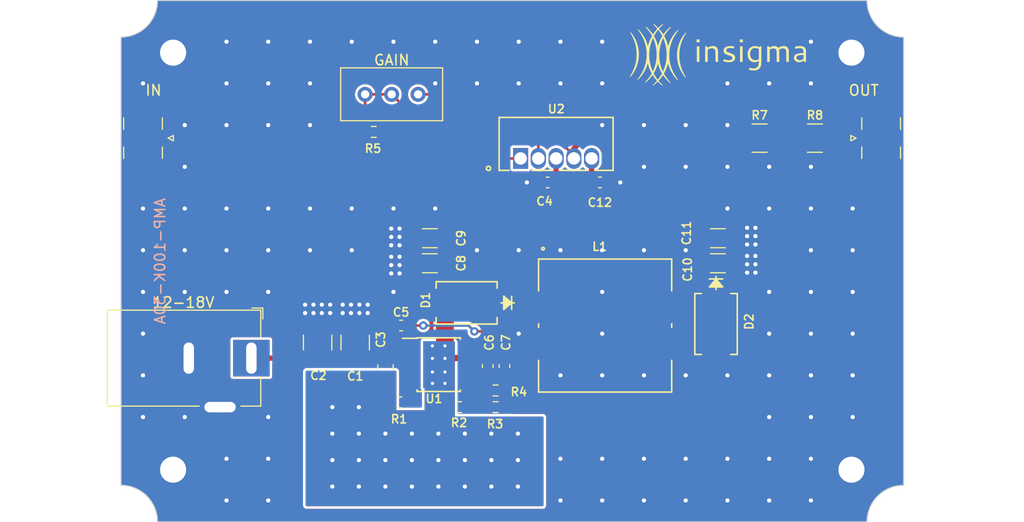
<source format=kicad_pcb>
(kicad_pcb (version 20240108) (generator "pcbnew") (generator_version "8.0")
  (layers (0 "F.Cu" signal) (31 "B.Cu" signal) (34 "B.Paste" user) (35 "F.Paste" user) (36 "B.SilkS" user "B.Silkscreen") (37 "F.SilkS" user "F.Silkscreen") (38 "B.Mask" user) (39 "F.Mask" user) (44 "Edge.Cuts" user))
  (net 0 "")
  (net 1 "VCC")
  (net 2 "GND")
  (net 3 "-30V")
  (net 4 "/SW")
  (net 5 "Net-(U1-BOOT)")
  (net 6 "/COMP")
  (net 7 "Net-(C7-Pad1)")
  (net 8 "30V")
  (net 9 "Net-(D2-A)")
  (net 10 "Net-(U1-RT{slash}CLK)")
  (net 11 "/FB")
  (net 13 "/Vfb")
  (net 14 "/OPOUT")
  (net 15 "Net-(R7-Pad1)")
  (net 16 "/VOUT")
  (net 17 "Net-(J2-In)")
  (footprint "Resistor_SMD:R_0603_1608Metric" (layer "F.Cu") (at 41.675 53.55)
    (property "Reference" "R1" (at -0.025 1.6 0) (layer "F.SilkS") (effects (font (size 0.8 0.8))))
    (property "Value" "143k")
    (pad "1" smd roundrect (at -0.825 0) (size 0.8 0.95) (layers "F.Cu" "F.Paste" "F.Mask") (net 3 "-30V"))
    (pad "2" smd roundrect (at 0.825 0) (size 0.8 0.95) (layers "F.Cu" "F.Paste" "F.Mask") (net 10 "Net-(U1-RT{slash}CLK)"))
  )
  (footprint "Connector_BarrelJack:BarrelJack_Horizontal" (layer "F.Cu") (at 27.5 49.3)
    (property "Reference" "J1" (hide yes))
    (property "Value" "Barrel_Jack_MountingPin")
    (pad "1" thru_hole rect (at 0 0) (size 3.5 3.5) (drill oval 1 3) (layers "*.Cu" "*.Mask") (net 1 "VCC"))
    (pad "2" thru_hole roundrect (at -6 0) (size 3 3.5) (drill oval 1 3) (layers "*.Cu" "*.Mask") (net 2 "GND"))
    (pad "3" thru_hole roundrect (at -3 4.7) (size 3.5 3.5) (drill oval 3 1) (layers "*.Cu" "*.Mask") (net 2 "GND"))
  )
  (footprint "Capacitor_SMD:C_1206_3216Metric" (layer "F.Cu") (at 44.6 40.2)
    (property "Reference" "C8" (at 3 0 90) (layer "F.SilkS") (effects (font (size 0.8 0.8))))
    (property "Value" "10u")
    (pad "1" smd roundrect (at -1.475 0) (size 1.15 1.8) (layers "F.Cu" "F.Paste" "F.Mask") (roundrect_rratio 0.2173913043) (net 2 "GND"))
    (pad "2" smd roundrect (at 1.475 0) (size 1.15 1.8) (layers "F.Cu" "F.Paste" "F.Mask") (roundrect_rratio 0.2173913043) (net 3 "-30V"))
  )
  (footprint "Capacitor_SMD:C_0603_1608Metric" (layer "F.Cu") (at 50.15 50.075 90)
    (property "Reference" "C6" (at 2.275 0.15 -90) (layer "F.SilkS") (effects (font (size 0.8 0.8))))
    (property "Value" "1n2")
    (pad "1" smd roundrect (at -0.775 0 90) (size 0.9 0.95) (layers "F.Cu" "F.Paste" "F.Mask") (net 6 "/COMP"))
    (pad "2" smd roundrect (at 0.775 0 90) (size 0.9 0.95) (layers "F.Cu" "F.Paste" "F.Mask") (net 3 "-30V"))
  )
  (footprint "Resistor_SMD:R_0603_1608Metric" (layer "F.Cu") (at 50.9 52.4 180)
    (property "Reference" "R4" (at -2.23 -0.145 180) (layer "F.SilkS") (effects (font (size 0.8 0.8))))
    (property "Value" "4k3")
    (pad "1" smd roundrect (at -0.825 0 180) (size 0.8 0.95) (layers "F.Cu" "F.Paste" "F.Mask") (net 7 "Net-(C7-Pad1)"))
    (pad "2" smd roundrect (at 0.825 0 180) (size 0.8 0.95) (layers "F.Cu" "F.Paste" "F.Mask") (net 6 "/COMP"))
  )
  (footprint "SSB44:DIODE_DO214AA_MBRS_VIS" (layer "F.Cu") (at 72.025 46.025 -90)
    (property "Reference" "D2" (at -0.225 -3.175 90) (layer "F.SilkS") (effects (font (size 0.8 0.8))))
    (property "Value" "SS26-E3/52T")
    (pad "1" smd rect (at -1.9713 0) (size 2.159 1.945399) (layers "F.Cu" "F.Paste" "F.Mask") (net 8 "30V"))
    (pad "2" smd rect (at 1.9713 0) (size 2.159 1.945399) (layers "F.Cu" "F.Paste" "F.Mask") (net 9 "Net-(D2-A)"))
    (zone (net 0) (net_name "") (layer "F.Cu") (connect_pads (clearance 0)) (min_thickness 0.254)
      (keepout (tracks not_allowed) (vias not_allowed) (pads allowed) (copperpour not_allowed) (footprints allowed))
      (fill (thermal_gap 0.508) (thermal_bridge_width 0.508))
      (polygon (pts (xy 73.1553 45.077199) (xy 73.1553 46.972801) (xy 70.8947 46.972801) (xy 70.8947 45.077199)))
    )
  )
  (footprint "Connector_Coaxial:SMA_Samtec_SMA-J-P-X-ST-EM1_EdgeMount" (layer "F.Cu") (at 17.2625 28.2 -90)
    (property "Reference" "J2" (hide yes))
    (property "Value" "SMA")
    (pad "1" smd rect (at 0 0.2 270) (size 1.27 3.6) (layers "F.Cu" "F.Paste" "F.Mask") (net 17 "Net-(J2-In)"))
    (pad "2" smd rect (at -2.825 0 270) (size 1.35 4.2) (layers "F.Cu" "F.Paste" "F.Mask") (net 2 "GND"))
    (pad "2" smd rect (at -2.825 0 270) (size 1.35 4.2) (layers "B.Cu" "B.Paste" "B.Mask") (net 2 "GND"))
    (pad "2" smd rect (at 2.825 0 270) (size 1.35 4.2) (layers "F.Cu" "F.Paste" "F.Mask") (net 2 "GND"))
    (pad "2" smd rect (at 2.825 0 270) (size 1.35 4.2) (layers "B.Cu" "B.Paste" "B.Mask") (net 2 "GND"))
  )
  (footprint "Capacitor_SMD:C_0603_1608Metric" (layer "F.Cu") (at 51.75 50.075 90)
    (property "Reference" "C7" (at 2.275 0.15 90) (layer "F.SilkS") (effects (font (size 0.8 0.8))))
    (property "Value" "470n")
    (pad "1" smd roundrect (at -0.775 0 90) (size 0.9 0.95) (layers "F.Cu" "F.Paste" "F.Mask") (net 7 "Net-(C7-Pad1)"))
    (pad "2" smd roundrect (at 0.775 0 90) (size 0.9 0.95) (layers "F.Cu" "F.Paste" "F.Mask") (net 3 "-30V"))
  )
  (footprint "Capacitor_SMD:C_1206_3216Metric" (layer "F.Cu") (at 72.2 40.2)
    (property "Reference" "C10" (at -2.9 0.6 90) (layer "F.SilkS") (effects (font (size 0.8 0.8))))
    (property "Value" "10u")
    (pad "1" smd roundrect (at -1.475 0) (size 1.15 1.8) (layers "F.Cu" "F.Paste" "F.Mask") (roundrect_rratio 0.2173913043) (net 8 "30V"))
    (pad "2" smd roundrect (at 1.475 0) (size 1.15 1.8) (layers "F.Cu" "F.Paste" "F.Mask") (roundrect_rratio 0.2173913043) (net 2 "GND"))
  )
  (footprint "Package_SO:TI_SO-PowerPAD-8_ThermalVias" (layer "F.Cu") (at 45.45 49.925)
    (property "Reference" "U1" (at -0.45 3.275 0) (layer "F.SilkS") (effects (font (size 0.8 0.8))))
    (property "Value" "TPS54360DDA")
    (pad "1" smd rect (at -2.7 -1.905) (size 1.55 0.6) (layers "F.Cu" "F.Paste" "F.Mask") (net 5 "Net-(U1-BOOT)"))
    (pad "2" smd rect (at -2.7 -0.635) (size 1.55 0.6) (layers "F.Cu" "F.Paste" "F.Mask") (net 1 "VCC"))
    (pad "3" smd rect (at -2.7 0.635) (size 1.55 0.6) (layers "F.Cu" "F.Paste" "F.Mask"))
    (pad "4" smd rect (at -2.7 1.905) (size 1.55 0.6) (layers "F.Cu" "F.Paste" "F.Mask") (net 10 "Net-(U1-RT{slash}CLK)"))
    (pad "5" smd rect (at 2.7 1.905) (size 1.55 0.6) (layers "F.Cu" "F.Paste" "F.Mask") (net 11 "/FB"))
    (pad "6" smd rect (at 2.7 0.635) (size 1.55 0.6) (layers "F.Cu" "F.Paste" "F.Mask") (net 6 "/COMP"))
    (pad "7" smd rect (at 2.7 -0.635) (size 1.55 0.6) (layers "F.Cu" "F.Paste" "F.Mask") (net 3 "-30V"))
    (pad "8" smd rect (at 2.7 -1.905) (size 1.55 0.6) (layers "F.Cu" "F.Paste" "F.Mask") (net 4 "/SW"))
    (pad "9" thru_hole circle (at -0.6 -1.8) (size 0.6 0.6) (drill 0.3) (layers "*.Cu") (net 3 "-30V"))
    (pad "9" thru_hole circle (at -0.6 -0.6) (size 0.6 0.6) (drill 0.3) (layers "*.Cu") (net 3 "-30V"))
    (pad "9" thru_hole circle (at -0.6 0.7) (size 0.6 0.6) (drill 0.3) (layers "*.Cu") (net 3 "-30V"))
    (pad "9" thru_hole circle (at -0.6 1.8) (size 0.6 0.6) (drill 0.3) (layers "*.Cu") (net 3 "-30V"))
    (pad "9" smd rect (at 0 0) (size 2.6 3.1) (layers "F.Cu" "F.Paste" "F.Mask") (net 3 "-30V"))
    (pad "9" smd rect (at 0 0) (size 2.95 4.5) (layers "F.Cu") (net 3 "-30V"))
    (pad "9" smd rect (at 0 0) (size 2.95 4.5) (layers "B.Cu") (net 3 "-30V"))
    (pad "9" thru_hole circle (at 0.6 -1.8) (size 0.6 0.6) (drill 0.3) (layers "*.Cu") (net 3 "-30V"))
    (pad "9" thru_hole circle (at 0.6 -0.6) (size 0.6 0.6) (drill 0.3) (layers "*.Cu") (net 3 "-30V"))
    (pad "9" thru_hole circle (at 0.6 0.7) (size 0.6 0.6) (drill 0.3) (layers "*.Cu") (net 3 "-30V"))
    (pad "9" thru_hole circle (at 0.6 1.8) (size 0.6 0.6) (drill 0.3) (layers "*.Cu") (net 3 "-30V"))
  )
  (footprint "Capacitor_SMD:C_0603_1608Metric" (layer "F.Cu") (at 41.85 46.175)
    (property "Reference" "C5" (at 0 -1.275 0) (layer "F.SilkS") (effects (font (size 0.8 0.8))))
    (property "Value" "100n")
    (pad "1" smd roundrect (at -0.775 0) (size 0.9 0.95) (layers "F.Cu" "F.Paste" "F.Mask") (net 5 "Net-(U1-BOOT)"))
    (pad "2" smd roundrect (at 0.775 0) (size 0.9 0.95) (layers "F.Cu" "F.Paste" "F.Mask") (net 4 "/SW"))
  )
  (footprint "Capacitor_SMD:C_1210_3225Metric" (layer "F.Cu") (at 33.85 47.8 90)
    (property "Reference" "C2" (at -3.175 0.075 180) (layer "F.SilkS") (effects (font (size 0.8 0.8))))
    (property "Value" "22u")
    (pad "1" smd roundrect (at -1.475 0 90) (size 1.15 2.7) (layers "F.Cu" "F.Paste" "F.Mask") (roundrect_rratio 0.2173913043) (net 1 "VCC"))
    (pad "2" smd roundrect (at 1.475 0 90) (size 1.15 2.7) (layers "F.Cu" "F.Paste" "F.Mask") (roundrect_rratio 0.2173913043) (net 2 "GND"))
  )
  (footprint "Resistor_SMD:R_0603_1608Metric" (layer "F.Cu") (at 47.4 54)
    (property "Reference" "R2" (at 0 1.5 0) (layer "F.SilkS") (effects (font (size 0.8 0.8))))
    (property "Value" "1k")
    (pad "1" smd roundrect (at -0.825 0) (size 0.8 0.95) (layers "F.Cu" "F.Paste" "F.Mask") (net 3 "-30V"))
    (pad "2" smd roundrect (at 0.825 0) (size 0.8 0.95) (layers "F.Cu" "F.Paste" "F.Mask") (net 11 "/FB"))
  )
  (footprint "OPA544T:KC5" (layer "F.Cu") (at 53.2964 30.147)
    (property "Reference" "U2" (at 3.4265 -4.747 0) (layer "F.SilkS") (effects (font (size 0.8 0.8))))
    (property "Value" "OPA544T")
    (pad "1" thru_hole rect (at 0 0) (size 1.45 2) (drill 1.2) (layers "*.Cu" "*.Mask") (net 17 "Net-(J2-In)"))
    (pad "2" thru_hole oval (at 1.7018 0) (size 1.45 2) (drill 1.2) (layers "*.Cu" "*.Mask") (net 13 "/Vfb"))
    (pad "3" thru_hole oval (at 3.4036 0) (size 1.45 2) (drill 1.2) (layers "*.Cu" "*.Mask") (net 3 "-30V"))
    (pad "4" thru_hole oval (at 5.1054 0) (size 1.45 2) (drill 1.2) (layers "*.Cu" "*.Mask") (net 14 "/OPOUT"))
    (pad "5" thru_hole oval (at 6.8072 0) (size 1.45 2) (drill 1.2) (layers "*.Cu" "*.Mask") (net 8 "30V"))
  )
  (footprint "SSB44:DIODE_DO214AA_MBRS_VIS" (layer "F.Cu") (at 48.125 44 180)
    (property "Reference" "D1" (at 3.925 0.255 90) (layer "F.SilkS") (effects (font (size 0.8 0.8))))
    (property "Value" "SS26-E3/52T")
    (pad "1" smd rect (at -1.9713 0 270) (size 2.159 1.945399) (layers "F.Cu" "F.Paste" "F.Mask") (net 4 "/SW"))
    (pad "2" smd rect (at 1.9713 0 270) (size 2.159 1.945399) (layers "F.Cu" "F.Paste" "F.Mask") (net 3 "-30V"))
    (zone (net 0) (net_name "") (layer "F.Cu") (connect_pads (clearance 0)) (min_thickness 0.254)
      (keepout (tracks not_allowed) (vias not_allowed) (pads allowed) (copperpour not_allowed) (footprints allowed))
      (fill (thermal_gap 0.508) (thermal_bridge_width 0.508))
      (polygon (pts (xy 49.072801 45.1303) (xy 47.177199 45.1303) (xy 47.177199 42.8697) (xy 49.072801 42.8697)))
    )
  )
  (footprint "Resistor_SMD:R_1210_3225Metric" (layer "F.Cu") (at 81.5 28.2 180)
    (property "Reference" "R8" (at 0 2.2 0) (layer "F.SilkS") (effects (font (size 0.8 0.8))))
    (property "Value" "5")
    (pad "1" smd roundrect (at -1.4625 0 180) (size 1.125 2.65) (layers "F.Cu" "F.Paste" "F.Mask") (roundrect_rratio 0.2222222222) (net 16 "/VOUT"))
    (pad "2" smd roundrect (at 1.4625 0 180) (size 1.125 2.65) (layers "F.Cu" "F.Paste" "F.Mask") (roundrect_rratio 0.2222222222) (net 15 "Net-(R7-Pad1)"))
  )
  (footprint "Capacitor_SMD:C_1206_3216Metric" (layer "F.Cu") (at 44.6 37.8)
    (property "Reference" "C9" (at 3 0 90) (layer "F.SilkS") (effects (font (size 0.8 0.8))))
    (property "Value" "10u")
    (pad "1" smd roundrect (at -1.475 0) (size 1.15 1.8) (layers "F.Cu" "F.Paste" "F.Mask") (roundrect_rratio 0.2173913043) (net 2 "GND"))
    (pad "2" smd roundrect (at 1.475 0) (size 1.15 1.8) (layers "F.Cu" "F.Paste" "F.Mask") (roundrect_rratio 0.2173913043) (net 3 "-30V"))
  )
  (footprint "Resistor_SMD:R_1210_3225Metric" (layer "F.Cu") (at 76.2 28.2 180)
    (property "Reference" "R7" (at 0 2.2 0) (layer "F.SilkS") (effects (font (size 0.8 0.8))))
    (property "Value" "5")
    (pad "1" smd roundrect (at -1.4625 0 180) (size 1.125 2.65) (layers "F.Cu" "F.Paste" "F.Mask") (roundrect_rratio 0.2222222222) (net 15 "Net-(R7-Pad1)"))
    (pad "2" smd roundrect (at 1.4625 0 180) (size 1.125 2.65) (layers "F.Cu" "F.Paste" "F.Mask") (roundrect_rratio 0.2222222222) (net 14 "/OPOUT"))
  )
  (footprint "744783:744873470_WRE" (layer "F.Cu") (at 61.399999 46.174998 90)
    (property "Reference" "L1" (at 7.574998 -0.524999 0) (layer "F.SilkS") (effects (font (size 0.8 0.8))))
    (property "Value" "744873470")
    (pad "1" smd rect (at 1.750002 -4.974999 90) (size 2.5 3.85) (layers "F.Cu" "F.Paste" "F.Mask") (net 4 "/SW"))
    (pad "2" smd rect (at -1.750002 -4.974999 90) (size 2.5 3.85) (layers "F.Cu" "F.Paste" "F.Mask") (net 2 "GND"))
    (pad "3" smd rect (at -1.750002 4.974999 90) (size 2.5 3.85) (layers "F.Cu" "F.Paste" "F.Mask") (net 9 "Net-(D2-A)"))
    (pad "4" smd rect (at 1.750002 4.974999 90) (size 2.5 3.85) (layers "F.Cu" "F.Paste" "F.Mask") (net 2 "GND"))
  )
  (footprint "Potentiometer_THT:Potentiometer_Bourns_3296W_Vertical" (layer "F.Cu") (at 38.4 24 180)
    (property "Reference" "RV1" (hide yes))
    (property "Value" "50k")
    (pad "1" thru_hole circle (at 0 0 180) (size 1.44 1.44) (drill 0.8) (layers "*.Cu" "*.Mask") (net 13 "/Vfb"))
    (pad "2" thru_hole circle (at -2.54 0 180) (size 1.44 1.44) (drill 0.8) (layers "*.Cu" "*.Mask") (net 13 "/Vfb"))
    (pad "3" thru_hole circle (at -5.08 0 180) (size 1.44 1.44) (drill 0.8) (layers "*.Cu" "*.Mask") (net 14 "/OPOUT"))
  )
  (footprint "MountingHole:MountingHole_2.5mm_Pad" (layer "F.Cu") (at 85 60)
    (property "Reference" "H4" (hide yes))
    (property "Value" "MountingHole_Pad")
    (pad "1" thru_hole circle (at 0 0) (size 5 5) (drill 2.5) (layers "*.Cu" "*.Mask") (net 2 "GND"))
  )
  (footprint "Resistor_SMD:R_0603_1608Metric" (layer "F.Cu") (at 50.9 54)
    (property "Reference" "R3" (at -0.05 1.625 180) (layer "F.SilkS") (effects (font (size 0.8 0.8))))
    (property "Value" "75k")
    (pad "1" smd roundrect (at -0.825 0) (size 0.8 0.95) (layers "F.Cu" "F.Paste" "F.Mask") (net 11 "/FB"))
    (pad "2" smd roundrect (at 0.825 0) (size 0.8 0.95) (layers "F.Cu" "F.Paste" "F.Mask") (net 8 "30V"))
  )
  (footprint "Capacitor_SMD:C_0603_1608Metric" (layer "F.Cu") (at 55.8979 32.45)
    (property "Reference" "C4" (at -0.3 1.8 0) (layer "F.SilkS") (effects (font (size 0.8 0.8))))
    (property "Value" "100n")
    (pad "1" smd roundrect (at -0.775 0) (size 0.9 0.95) (layers "F.Cu" "F.Paste" "F.Mask") (net 2 "GND"))
    (pad "2" smd roundrect (at 0.775 0) (size 0.9 0.95) (layers "F.Cu" "F.Paste" "F.Mask") (net 3 "-30V"))
  )
  (footprint "MountingHole:MountingHole_2.5mm_Pad" (layer "F.Cu") (at 20 60)
    (property "Reference" "H3" (hide yes))
    (property "Value" "MountingHole_Pad")
    (pad "1" thru_hole circle (at 0 0) (size 5 5) (drill 2.5) (layers "*.Cu" "*.Mask") (net 2 "GND"))
  )
  (footprint "Connector_Coaxial:SMA_Samtec_SMA-J-P-X-ST-EM1_EdgeMount" (layer "F.Cu") (at 87.7 28.2 90)
    (property "Reference" "J3" (hide yes))
    (property "Value" "SMA")
    (pad "1" smd rect (at 0 0.2 90) (size 1.27 3.6) (layers "F.Cu" "F.Paste" "F.Mask") (net 16 "/VOUT"))
    (pad "2" smd rect (at -2.825 0 90) (size 1.35 4.2) (layers "F.Cu" "F.Paste" "F.Mask") (net 2 "GND"))
    (pad "2" smd rect (at -2.825 0 90) (size 1.35 4.2) (layers "B.Cu" "B.Paste" "B.Mask") (net 2 "GND"))
    (pad "2" smd rect (at 2.825 0 90) (size 1.35 4.2) (layers "F.Cu" "F.Paste" "F.Mask") (net 2 "GND"))
    (pad "2" smd rect (at 2.825 0 90) (size 1.35 4.2) (layers "B.Cu" "B.Paste" "B.Mask") (net 2 "GND"))
  )
  (footprint "MountingHole:MountingHole_2.5mm_Pad" (layer "F.Cu") (at 85 20)
    (property "Reference" "H2" (hide yes))
    (property "Value" "MountingHole_Pad")
    (pad "1" thru_hole circle (at 0 0) (size 5 5) (drill 2.5) (layers "*.Cu" "*.Mask") (net 2 "GND"))
  )
  (footprint "Capacitor_SMD:C_0805_2012Metric" (layer "F.Cu") (at 40.35 50.2 -90)
    (property "Reference" "C3" (at -2.675 0.45 90) (layer "F.SilkS") (effects (font (size 0.8 0.8))))
    (property "Value" "1u")
    (pad "1" smd roundrect (at -0.95 0 270) (size 1 1.45) (layers "F.Cu" "F.Paste" "F.Mask") (net 1 "VCC"))
    (pad "2" smd roundrect (at 0.95 0 270) (size 1 1.45) (layers "F.Cu" "F.Paste" "F.Mask") (net 3 "-30V"))
  )
  (footprint "Resistor_SMD:R_0603_1608Metric" (layer "F.Cu") (at 39.225 27.6)
    (property "Reference" "R5" (at -0.065 1.6 0) (layer "F.SilkS") (effects (font (size 0.8 0.8))))
    (property "Value" "10k")
    (pad "1" smd roundrect (at -0.825 0) (size 0.8 0.95) (layers "F.Cu" "F.Paste" "F.Mask") (net 13 "/Vfb"))
    (pad "2" smd roundrect (at 0.825 0) (size 0.8 0.95) (layers "F.Cu" "F.Paste" "F.Mask") (net 2 "GND"))
  )
  (footprint "Capacitor_SMD:C_0603_1608Metric" (layer "F.Cu") (at 60.8979 32.45)
    (property "Reference" "C12" (at 0 1.925 0) (layer "F.SilkS") (effects (font (size 0.8 0.8))))
    (property "Value" "100n")
    (pad "1" smd roundrect (at -0.775 0) (size 0.9 0.95) (layers "F.Cu" "F.Paste" "F.Mask") (net 8 "30V"))
    (pad "2" smd roundrect (at 0.775 0) (size 0.9 0.95) (layers "F.Cu" "F.Paste" "F.Mask") (net 2 "GND"))
  )
  (footprint "insigma:insigma_logo_30mm" (layer "F.Cu") (at 72.4 20.201493)
    (property "Reference" "G***" (hide yes))
    (property "Value" "LOGO" (hide yes))
  )
  (footprint "Capacitor_SMD:C_1206_3216Metric" (layer "F.Cu") (at 72.2 37.8)
    (property "Reference" "C11" (at -3 -0.5 90) (layer "F.SilkS") (effects (font (size 0.8 0.8))))
    (property "Value" "10u")
    (pad "1" smd roundrect (at -1.475 0) (size 1.15 1.8) (layers "F.Cu" "F.Paste" "F.Mask") (roundrect_rratio 0.2173913043) (net 8 "30V"))
    (pad "2" smd roundrect (at 1.475 0) (size 1.15 1.8) (layers "F.Cu" "F.Paste" "F.Mask") (roundrect_rratio 0.2173913043) (net 2 "GND"))
  )
  (footprint "Capacitor_SMD:C_1210_3225Metric" (layer "F.Cu") (at 37.45 47.8 90)
    (property "Reference" "C1" (at -3.24 0.005 0) (layer "F.SilkS") (effects (font (size 0.8 0.8))))
    (property "Value" "22u")
    (pad "1" smd roundrect (at -1.475 0 90) (size 1.15 2.7) (layers "F.Cu" "F.Paste" "F.Mask") (roundrect_rratio 0.2173913043) (net 1 "VCC"))
    (pad "2" smd roundrect (at 1.475 0 90) (size 1.15 2.7) (layers "F.Cu" "F.Paste" "F.Mask") (roundrect_rratio 0.2173913043) (net 2 "GND"))
  )
  (footprint "MountingHole:MountingHole_2.5mm_Pad" (layer "F.Cu") (at 20 20)
    (property "Reference" "H1" (hide yes))
    (property "Value" "MountingHole_Pad")
    (pad "1" thru_hole circle (at 0 0) (size 5 5) (drill 2.5) (layers "*.Cu" "*.Mask") (net 2 "GND"))
  )
  (gr_arc (start 90 18.5) (mid 87.525126 17.474874) (end 86.5 15) (stroke (width 0.1)) (layer "Edge.Cuts"))
  (gr_line (start 15 61.5) (end 15 18.5) (stroke (width 0.1)) (layer "Edge.Cuts"))
  (gr_line (start 90 18.5) (end 90 61.5) (stroke (width 0.1)) (layer "Edge.Cuts"))
  (gr_arc (start 18.5 15) (mid 17.474874 17.474874) (end 15 18.5) (stroke (width 0.1)) (layer "Edge.Cuts"))
  (gr_line (start 18.5 15) (end 86.5 15) (stroke (width 0.1)) (layer "Edge.Cuts"))
  (gr_arc (start 86.5 65) (mid 87.525126 62.525126) (end 90 61.5) (stroke (width 0.1)) (layer "Edge.Cuts"))
  (gr_line (start 86.5 65) (end 18.5 65) (stroke (width 0.1)) (layer "Edge.Cuts"))
  (gr_arc (start 15 61.5) (mid 17.474874 62.525126) (end 18.5 65) (stroke (width 0.1)) (layer "Edge.Cuts"))
  (gr_text "AMP-100K-30A" (at 18.75 40 90) (layer "B.SilkS") (effects (font (size 1 1)) (justify mirror)))
  (gr_text "GAIN" (at 40.95 21.3 0) (layer "F.SilkS") (effects (font (size 1 1)) (justify bottom)))
  (gr_text "OUT\n" (at 87.7 24.2 0) (layer "F.SilkS") (effects (font (size 1 1)) (justify right bottom)))
  (gr_text "12-18V" (at 21 44.55 0) (layer "F.SilkS") (effects (font (size 1 1)) (justify bottom)))
  (gr_text "IN" (at 17.2625 24.2 0) (layer "F.SilkS") (effects (font (size 1 1)) (justify left bottom)))
  (segment (start 27.5 49.3) (end 38.775 49.3) (width 0.5) (layer "F.Cu") (net 1))
  (segment (start 40.35 49.25) (end 40.4 49.3) (width 0.5) (layer "F.Cu") (net 1))
  (segment (start 27.3825 50.45) (end 27.025 50.0925) (width 0.5) (layer "F.Cu") (net 1))
  (segment (start 42.74 49.3) (end 42.75 49.29) (width 0.5) (layer "F.Cu") (net 1))
  (segment (start 40.325 49.275) (end 40.35 49.25) (width 0.5) (layer "F.Cu") (net 1))
  (segment (start 37.45 49.275) (end 40.325 49.275) (width 0.5) (layer "F.Cu") (net 1))
  (segment (start 40.075 49.225) (end 40.1 49.25) (width 0.5) (layer "F.Cu") (net 1))
  (segment (start 33.825 49.3) (end 33.85 49.275) (width 0.5) (layer "F.Cu") (net 1))
  (segment (start 40.14 49.29) (end 40.1 49.25) (width 0.25) (layer "F.Cu") (net 1))
  (segment (start 42.66 49.2) (end 42.75 49.29) (width 0.25) (layer "F.Cu") (net 1))
  (segment (start 33.85 49.275) (end 37.45 49.275) (width 0.5) (layer "F.Cu") (net 1))
  (segment (start 40.4 49.3) (end 42.74 49.3) (width 0.5) (layer "F.Cu") (net 1))
  (via (at 21.1175 54.95) (size 0.8) (drill 0.4) (layers "F.Cu" "B.Cu") (net 2))
  (via (at 41.7 38.475) (size 0.8) (drill 0.4) (layers "F.Cu" "B.Cu") (net 2))
  (via (at 81.1175 18.95) (size 0.8) (drill 0.4) (layers "F.Cu" "B.Cu") (net 2))
  (via (at 53.1175 18.95) (size 0.8) (drill 0.4) (layers "F.Cu" "B.Cu") (net 2))
  (via (at 37.85 44.975) (size 0.8) (drill 0.4) (layers "F.Cu" "B.Cu") (net 2))
  (via (at 62.85 32.45) (size 0.8) (drill 0.4) (layers "F.Cu" "B.Cu") (net 2))
  (via (at 61.1175 46.95) (size 0.8) (drill 0.4) (layers "F.Cu" "B.Cu") (net 2))
  (via (at 61.1175 22.95) (size 0.8) (drill 0.4) (layers "F.Cu" "B.Cu") (net 2))
  (via (at 75 40.3) (size 0.8) (drill 0.4) (layers "F.Cu" "B.Cu") (net 2))
  (via (at 73.1175 58.95) (size 0.8) (drill 0.4) (layers "F.Cu" "B.Cu") (net 2))
  (via (at 69.1175 58.95) (size 0.8) (drill 0.4) (layers "F.Cu" "B.Cu") (net 2))
  (via (at 73.1175 50.95) (size 0.8) (drill 0.4) (layers "F.Cu" "B.Cu") (net 2))
  (via (at 77.1175 58.95) (size 0.8) (drill 0.4) (layers "F.Cu" "B.Cu") (net 2))
  (via (at 21.1175 38.95) (size 0.8) (drill 0.4) (layers "F.Cu" "B.Cu") (net 2))
  (via (at 21.1175 34.95) (size 0.8) (drill 0.4) (layers "F.Cu" "B.Cu") (net 2))
  (via (at 37.05 44.175) (size 0.8) (drill 0.4) (layers "F.Cu" "B.Cu") (net 2))
  (via (at 37.05 44.975) (size 0.8) (drill 0.4) (layers "F.Cu" "B.Cu") (net 2))
  (via (at 61.1175 62.95) (size 0.8) (drill 0.4) (layers "F.Cu" "B.Cu") (net 2))
  (via (at 61.1175 58.95) (size 0.8) (drill 0.4) (layers "F.Cu" "B.Cu") (net 2))
  (via (at 77.1175 54.95) (size 0.8) (drill 0.4) (layers "F.Cu" "B.Cu") (net 2))
  (via (at 65.1175 62.95) (size 0.8) (drill 0.4) (layers "F.Cu" "B.Cu") (net 2))
  (via (at 75.8 39.5) (size 0.8) (drill 0.4) (layers "F.Cu" "B.Cu") (net 2))
  (via (at 81.1175 50.95) (size 0.8) (drill 0.4) (layers "F.Cu" "B.Cu") (net 2))
  (via (at 41.7 41.175) (size 0.8) (drill 0.4) (layers "F.Cu" "B.Cu") (net 2))
  (via (at 81.1175 42.95) (size 0.8) (drill 0.4) (layers "F.Cu" "B.Cu") (net 2))
  (via (at 61.1175 18.95) (size 0.8) (drill 0.4) (layers "F.Cu" "B.Cu") (net 2))
  (via (at 85.1175 38.95) (size 0.8) (drill 0.4) (layers "F.Cu" "B.Cu") (net 2))
  (via (at 21.1175 26.95) (size 0.8) (drill 0.4) (layers "F.Cu" "B.Cu") (net 2))
  (via (at 37.1175 18.95) (size 0.8) (drill 0.4) (layers "F.Cu" "B.Cu") (net 2))
  (via (at 45.1175 22.95) (size 0.8) (drill 0.4) (layers "F.Cu" "B.Cu") (net 2))
  (via (at 49.1175 38.95) (size 0.8) (drill 0.4) (layers "F.Cu" "B.Cu") (net 2))
  (via (at 75 41.1) (size 0.8) (drill 0.4) (layers "F.Cu" "B.Cu") (net 2))
  (via (at 25.1175 26.95) (size 0.8) (drill 0.4) (layers "F.Cu" "B.Cu") (net 2))
  (via (at 40.9 36.875) (size 0.8) (drill 0.4) (layers "F.Cu" "B.Cu") (net 2))
  (via (at 77.1175 50.95) (size 0.8) (drill 0.4) (layers "F.Cu" "B.Cu") (net 2))
  (via (at 17.1175 46.95) (size 0.8) (drill 0.4) (layers "F.Cu" "B.Cu") (net 2))
  (via (at 73.1175 26.95) (size 0.8) (drill 0.4) (layers "F.Cu" "B.Cu") (net 2))
  (via (at 73.1175 62.95) (size 0.8) (drill 0.4) (layers "F.Cu" "B.Cu") (net 2))
  (via (at 61.1175 38.95) (size 0.8) (drill 0.4) (layers "F.Cu" "B.Cu") (net 2))
  (via (at 61.1175 42.95) (size 0.8) (drill 0.4) (layers "F.Cu" "B.Cu") (net 2))
  (via (at 77.1175 62.95) (size 0.8) (drill 0.4) (layers "F.Cu" "B.Cu") (net 2))
  (via (at 29.1175 34.95) (size 0.8) (drill 0.4) (layers "F.Cu" "B.Cu") (net 2))
  (via (at 53.1175 38.95) (size 0.8) (drill 0.4) (layers "F.Cu" "B.Cu") (net 2))
  (via (at 37.1175 34.95) (size 0.8) (drill 0.4) (layers "F.Cu" "B.Cu") (net 2))
  (via (at 61.1175 26.95) (size 0.8) (drill 0.4) (layers "F.Cu" "B.Cu") (net 2))
  (via (at 25.1175 38.95) (size 0.8) (drill 0.4) (layers "F.Cu" "B.Cu") (net 2))
  (via (at 77.1175 22.95) (size 0.8) (drill 0.4) (layers "F.Cu" "B.Cu") (net 2))
  (via (at 73.1175 30.95) (size 0.8) (drill 0.4) (layers "F.Cu" "B.Cu") (net 2))
  (via (at 75 39.5) (size 0.8) (drill 0.4) (layers "F.Cu" "B.Cu") (net 2))
  (via (at 17.1175 34.95) (size 0.8) (drill 0.4) (layers "F.Cu" "B.Cu") (net 2))
  (via (at 29.1175 26.95) (size 0.8) (drill 0.4) (layers "F.Cu" "B.Cu") (net 2))
  (via (at 81.1175 38.95) (size 0.8) (drill 0.4) (layers "F.Cu" "B.Cu") (net 2))
  (via (at 29.1175 18.95) (size 0.8) (drill 0.4) (layers "F.Cu" "B.Cu") (net 2))
  (via (at 75 37.6) (size 0.8) (drill 0.4) (layers "F.Cu" "B.Cu") (net 2))
  (via (at 32.65 44.175) (size 0.8) (drill 0.4) (layers "F.Cu" "B.Cu") (net 2))
  (via (at 75.8 40.3) (size 0.8) (drill 0.4) (layers "F.Cu" "B.Cu") (net 2))
  (via (at 53.1175 22.95) (size 0.8) (drill 0.4) (layers "F.Cu" "B.Cu") (net 2))
  (via (at 29.1175 54.95) (size 0.8) (drill 0.4) (layers "F.Cu" "B.Cu") (net 2))
  (via (at 33.1175 38.95) (size 0.8) (drill 0.4) (layers "F.Cu" "B.Cu") (net 2))
  (via (at 29.1175 22.95) (size 0.8) (drill 0.4) (layers "F.Cu" "B.Cu") (net 2))
  (via (at 85.1175 42.95) (size 0.8) (drill 0.4) (layers "F.Cu" "B.Cu") (net 2))
  (via (at 73.1175 22.95) (size 0.8) (drill 0.4) (layers "F.Cu" "B.Cu") (net 2))
  (via (at 33.45 44.175) (size 0.8) (drill 0.4) (layers "F.Cu" "B.Cu") (net 2))
  (via (at 29.1175 42.95) (size 0.8) (drill 0.4) (layers "F.Cu" "B.Cu") (net 2))
  (via (at 37.1175 38.95) (size 0.8) (drill 0.4) (layers "F.Cu" "B.Cu") (net 2))
  (via (at 57.1175 50.95) (size 0.8) (drill 0.4) (layers "F.Cu" "B.Cu") (net 2))
  (via (at 38.65 44.175) (size 0.8) (drill 0.4) (layers "F.Cu" "B.Cu") (net 2))
  (via (at 75 36.8) (size 0.8) (drill 0.4) (layers "F.Cu" "B.Cu") (net 2))
  (via (at 75.8 37.6) (size 0.8) (drill 0.4) (layers "F.Cu" "B.Cu") (net 2))
  (via (at 57.1175 22.95) (size 0.8) (drill 0.4) (layers "F.Cu" "B.Cu") (net 2))
  (via (at 36.25 44.975) (size 0.8) (drill 0.4) (layers "F.Cu" "B.Cu") (net 2))
  (via (at 32.65 44.975) (size 0.8) (drill 0.4) (layers "F.Cu" "B.Cu") (net 2))
  (via (at 29.1175 62.95) (size 0.8) (drill 0.4) (layers "F.Cu" "B.Cu") (net 2))
  (via (at 25.1175 62.95) (size 0.8) (drill 0.4) (layers "F.Cu" "B.Cu") (net 2))
  (via (at 21.1175 30.95) (size 0.8) (drill 0.4) (layers "F.Cu" "B.Cu") (net 2))
  (via (at 65.1175 50.95) (size 0.8) (drill 0.4) (layers "F.Cu" "B.Cu") (net 2))
  (via (at 36.25 44.175) (size 0.8) (drill 0.4) (layers "F.Cu" "B.Cu") (net 2))
  (via (at 33.1175 18.95) (size 0.8) (drill 0.4) (layers "F.Cu" "B.Cu") (net 2))
  (via (at 40.9 37.675) (size 0.8) (drill 0.4) (layers "F.Cu" "B.Cu") (net 2))
  (via (at 69.1175 62.95) (size 0.8) (drill 0.4) (layers "F.Cu" "B.Cu") (net 2))
  (via (at 69.1175 38.95) (size 0.8) (drill 0.4) (layers "F.Cu" "B.Cu") (net 2))
  (via (at 21.1175 42.95) (size 0.8) (drill 0.4) (layers "F.Cu" "B.Cu") (net 2))
  (via (at 81.1175 34.95) (size 0.8) (drill 0.4) (layers "F.Cu" "B.Cu") (net 2))
  (via (at 34.25 44.175) (size 0.8) (drill 0.4) (layers "F.Cu" "B.Cu") (net 2))
  (via (at 41.1175 34.95) (size 0.8) (drill 0.4) (layers "F.Cu" "B.Cu") (net 2))
  (via (at 41.7 37.675) (size 0.8) (drill 0.4) (layers "F.Cu" "B.Cu") (net 2))
  (via (at 75 38.4) (size 0.8) (drill 0.4) (layers "F.Cu" "B.Cu") (net 2))
  (via (at 17.1175 42.95) (size 0.8) (drill 0.4) (layers "F.Cu" "B.Cu") (net 2))
  (via (at 57.1175 58.95) (size 0.8) (drill 0.4) (layers "F.Cu" "B.Cu") (net 2))
  (via (at 35.05 44.175) (size 0.8) (drill 0.4) (layers "F.Cu" "B.Cu") (net 2))
  (via (at 69.1175 26.95) (size 0.8) (drill 0.4) (layers "F.Cu" "B.Cu") (net 2))
  (via (at 17.1175 38.95) (size 0.8) (drill 0.4) (layers "F.Cu" "B.Cu") (net 2))
  (via (at 81.1175 62.95) (size 0.8) (drill 0.4) (layers "F.Cu" "B.Cu") (net 2))
  (via (at 40.9 41.175) (size 0.8) (drill 0.4) (layers "F.Cu" "B.Cu") (net 2))
  (via (at 35.05 44.975) (size 0.8) (drill 0.4) (layers "F.Cu" "B.Cu") (net 2))
  (via (at 25.1175 42.95) (size 0.8) (drill 0.4) (layers "F.Cu" "B.Cu") (net 2))
  (via (at 75.8 41.1) (size 0.8) (drill 0.4) (layers "F.Cu" "B.Cu") (net 2))
  (via (at 25.1175 58.95) (size 0.8) (drill 0.4) (layers "F.Cu" "B.Cu") (net 2))
  (via (at 81.1175 22.95) (size 0.8) (drill 0.4) (layers "F.Cu" "B.Cu") (net 2))
  (via (at 69.1175 30.95) (size 0.8) (drill 0.4) (layers "F.Cu" "B.Cu") (net 2))
  (via (at 17.1175 50.95) (size 0.8) (drill 0.4) (layers "F.Cu" "B.Cu") (net 2))
  (via (at 85.1175 46.95) (size 0.8) (drill 0.4) (layers "F.Cu" "B.Cu") (net 2))
  (via (at 41.1175 18.95) (size 0.8) (drill 0.4) (layers "F.Cu" "B.Cu") (net 2))
  (via (at 29.1175 58.95) (size 0.8) (drill 0.4) (layers "F.Cu" "B.Cu") (net 2))
  (via (at 49.1175 22.95) (size 0.8) (drill 0.4) (layers "F.Cu" "B.Cu") (net 2))
  (via (at 65.1175 30.95) (size 0.8) (drill 0.4) (layers "F.Cu" "B.Cu") (net 2))
  (via (at 33.1175 34.95) (size 0.8) (drill 0.4) (layers "F.Cu" "B.Cu") (net 2))
  (via (at 33.1175 22.95) (size 0.8) (drill 0.4) (layers "F.Cu" "B.Cu") (net 2))
  (via (at 34.25 44.975) (size 0.8) (drill 0.4) (layers "F.Cu" "B.Cu") (net 2))
  (via (at 81.1175 46.95) (size 0.8) (drill 0.4) (layers "F.Cu" "B.Cu") (net 2))
  (via (at 49.1175 18.95) (size 0.8) (drill 0.4) (layers "F.Cu" "B.Cu") (net 2))
  (via (at 57.1175 18.95) (size 0.8) (drill 0.4) (layers "F.Cu" "B.Cu") (net 2))
  (via (at 41.7 39.575) (size 0.8) (drill 0.4) (layers "F.Cu" "B.Cu") (net 2))
  (via (at 81.1175 54.95) (size 0.8) (drill 0.4) (layers "F.Cu" "B.Cu") (net 2))
  (via (at 65.1175 58.95) (size 0.8) (drill 0.4) (layers "F.Cu" "B.Cu") (net 2))
  (via (at 38.65 44.975) (size 0.8) (drill 0.4) (layers "F.Cu" "B.Cu") (net 2))
  (via (at 53.1175 46.95) (size 0.8) (drill 0.4) (layers "F.Cu" "B.Cu") (net 2))
  (via (at 45.1175 18.95) (size 0.8) (drill 0.4) (layers "F.Cu" "B.Cu") (net 2))
  (via (at 57.1175 38.95) (size 0.8) (drill 0.4) (layers "F.Cu" "B.Cu") (net 2))
  (via (at 41.7 36.875) (size 0.8) (drill 0.4) (layers "F.Cu" "B.Cu") (net 2))
  (via (at 65.1175 38.95) (size 0.8) (drill 0.4) (layers "F.Cu" "B.Cu") (net 2))
  (via (at 25.1175 18.95) (size 0.8) (drill 0.4) (layers "F.Cu" "B.Cu") (net 2))
  (via (at 75.8 36.8) (size 0.8) (drill 0.4) (layers "F.Cu" "B.Cu") (net 2))
  (via (at 33.45 44.975) (size 0.8) (drill 0.4) (layers "F.Cu" "B.Cu") (net 2))
  (via (at 77.1175 46.95) (size 0.8) (drill 0.4) (layers "F.Cu" "B.Cu") (net 2))
  (via (at 73.1175 34.95) (size 0.8) (drill 0.4) (layers "F.Cu" "B.Cu") (net 2))
  (via (at 33.1175 26.95) (size 0.8) (drill 0.4) (layers "F.Cu" "B.Cu") (net 2))
  (via (at 81.1175 58.95) (size 0.8) (drill 0.4) (layers "F.Cu" "B.Cu") (net 2))
  (via (at 40.9 40.375) (size 0.8) (drill 0.4) (layers "F.Cu" "B.Cu") (net 2))
  (via (at 41.7 40.375) (size 0.8) (drill 0.4) (layers "F.Cu" "B.Cu") (net 2))
  (via (at 25.1175 34.95) (size 0.8) (drill 0.4) (layers "F.Cu" "B.Cu") (net 2))
  (via (at 61.1175 50.95) (size 0.8) (drill 0.4) (layers "F.Cu" "B.Cu") (net 2))
  (via (at 41.1175 42.95) (size 0.8) (drill 0.4) (layers "F.Cu" "B.Cu") (net 2))
  (via (at 17.1175 22.95) (size 0.8) (drill 0.4) (layers "F.Cu" "B.Cu") (net 2))
  (via (at 77.1175 42.95) (size 0.8) (drill 0.4) (layers "F.Cu" "B.Cu") (net 2))
  (via (at 40.9 38.475) (size 0.8) (drill 0.4) (layers "F.Cu" "B.Cu") (net 2))
  (via (at 85.1175 50.95) (size 0.8) (drill 0.4) (layers "F.Cu" "B.Cu") (net 2))
  (via (at 17.1175 54.95) (size 0.8) (drill 0.4) (layers "F.Cu" "B.Cu") (net 2))
  (via (at 45.1175 34.95) (size 0.8) (drill 0.4) (layers "F.Cu" "B.Cu") (net 2))
  (via (at 40.9 39.575) (size 0.8) (drill 0.4) (layers "F.Cu" "B.Cu") (net 2))
  (via (at 25.1175 22.95) (size 0.8) (drill 0.4) (layers "F.Cu" "B.Cu") (net 2))
  (via (at 37.85 44.175) (size 0.8) (drill 0.4) (layers "F.Cu" "B.Cu") (net 2))
  (via (at 29.1175 38.95) (size 0.8) (drill 0.4) (layers "F.Cu" "B.Cu") (net 2))
  (via (at 69.1175 50.95) (size 0.8) (drill 0.4) (layers "F.Cu" "B.Cu") (net 2))
  (via (at 81.1175 30.95) (size 0.8) (drill 0.4) (layers "F.Cu" "B.Cu") (net 2))
  (via (at 85.1175 54.95) (size 0.8) (drill 0.4) (layers "F.Cu" "B.Cu") (net 2))
  (via (at 75.8 38.4) (size 0.8) (drill 0.4) (layers "F.Cu" "B.Cu") (net 2))
  (via (at 77.1175 34.95) (size 0.8) (drill 0.4) (layers "F.Cu" "B.Cu") (net 2))
  (via (at 53.9 32.45) (size 0.8) (drill 0.4) (layers "F.Cu" "B.Cu") (net 2))
  (via (at 85.1175 34.95) (size 0.8) (drill 0.4) (layers "F.Cu" "B.Cu") (net 2))
  (via (at 57.1175 62.95) (size 0.8) (drill 0.4) (layers "F.Cu" "B.Cu") (net 2))
  (via (at 77.1175 30.95) (size 0.8) (drill 0.4) (layers "F.Cu" "B.Cu") (net 2))
  (via (at 65.1175 26.95) (size 0.8) (drill 0.4) (layers "F.Cu" "B.Cu") (net 2))
  (segment (start 45.45 49.925) (end 46.15 49.225) (width 0.5) (layer "F.Cu") (net 3))
  (segment (start 45.96 49.035) (end 46.05 48.945) (width 1.7) (layer "F.Cu") (net 3))
  (segment (start 46.1537 44) (end 46.1537 39.8537) (width 0.5) (layer "F.Cu") (net 3))
  (segment (start 46.15 49.225) (end 45.96 49.035) (width 1.5) (layer "F.Cu") (net 3))
  (segment (start 47.5 35.2) (end 55.2 35.2) (width 0.5) (layer "F.Cu") (net 3))
  (segment (start 46.15 43.9963) (end 46.1537 44) (width 0.5) (layer "F.Cu") (net 3))
  (segment (start 55.2 35.2) (end 56.6729 33.7271) (width 0.5) (layer "F.Cu") (net 3))
  (segment (start 46.05 48.945) (end 46.05 44.2837) (width 1.7) (layer "F.Cu") (net 3))
  (segment (start 45.45 49.925) (end 46.05 49.325) (width 0.25) (layer "F.Cu") (net 3))
  (segment (start 45.45 49.925) (end 45.45 50.225) (width 0.25) (layer "F.Cu") (net 3))
  (segment (start 46.075 37.8) (end 46.075 36.625) (width 0.5) (layer "F.Cu") (net 3))
  (segment (start 45.45 50.225) (end 45.25 50.225) (width 0.25) (layer "F.Cu") (net 3))
  (segment (start 56.6729 33.7271) (end 56.6729 32.45) (width 0.5) (layer "F.Cu") (net 3))
  (segment (start 44.3281 48.8031) (end 44.85 49.325) (width 0.25) (layer "F.Cu") (net 3))
  (segment (start 46.075 36.625) (end 47.5 35.2) (width 0.5) (layer "F.Cu") (net 3))
  (segment (start 46.05 49.325) (end 46.085 49.29) (width 0.25) (layer "F.Cu") (net 3))
  (segment (start 46.15 40.35) (end 46.15 37.5) (width 0.5) (layer "F.Cu") (net 3))
  (segment (start 46.1537 39.8537) (end 46.15 39.85) (width 0.5) (layer "F.Cu") (net 3))
  (segment (start 46.15 44.0037) (end 46.1537 44) (width 0.5) (layer "F.Cu") (net 3))
  (segment (start 46.05 50.6812) (end 46.5719 51.2031) (width 0.25) (layer "F.Cu") (net 3))
  (segment (start 44.81 48.165) (end 44.84 48.165) (width 0.25) (layer "F.Cu") (net 3))
  (segment (start 44.84 48.165) (end 44.84 48.135) (width 0.25) (layer "F.Cu") (net 3))
  (segment (start 46.085 49.29) (end 48.15 49.29) (width 0.6) (layer "F.Cu") (net 3))
  (segment (start 45.96 44.1937) (end 46.15 44.0037) (width 1.5) (layer "F.Cu") (net 3))
  (segment (start 44.3281 48.6469) (end 44.3281 48.8031) (width 0.25) (layer "F.Cu") (net 3))
  (segment (start 44.85 49.325) (end 45.45 49.925) (width 0.25) (layer "F.Cu") (net 3))
  (segment (start 45.45 50.225) (end 45.65 50.225) (width 0.25) (layer "F.Cu") (net 3))
  (segment (start 44.84 48.135) (end 44.85 48.125) (width 0.25) (layer "F.Cu") (net 3))
  (segment (start 56.7 32.4229) (end 56.7 30.147) (width 0.5) (layer "F.Cu") (net 3))
  (segment (start 45.25 50.225) (end 44.85 50.625) (width 0.25) (layer "F.Cu") (net 3))
  (segment (start 51.875 49.275) (end 51.86 49.29) (width 0.25) (layer "F.Cu") (net 3))
  (segment (start 44.85 48.125) (end 46.05 48.125) (width 0.25) (layer "F.Cu") (net 3))
  (segment (start 45.65 50.225) (end 46.05 50.625) (width 0.25) (layer "F.Cu") (net 3))
  (segment (start 51.86 49.29) (end 48.15 49.29) (width 0.25) (layer "F.Cu") (net 3))
  (segment (start 46.5719 51.2031) (end 46.05 51.725) (width 0.25) (layer "F.Cu") (net 3))
  (segment (start 46.05 50.625) (end 46.05 50.6812) (width 0.25) (layer "F.Cu") (net 3))
  (segment (start 44.85 50.625) (end 44.85 51.725) (width 0.25) (layer "F.Cu") (net 3))
  (segment (start 44.3281 48.6469) (end 44.81 48.165) (width 0.25) (layer "F.Cu") (net 3))
  (via (at 47.96 56.54) (size 0.8) (drill 0.4) (layers "F.Cu" "B.Cu") (net 3))
  (via (at 50.5 59.08) (size 0.8) (drill 0.4) (layers "F.Cu" "B.Cu") (net 3))
  (via (at 37.8 61.62) (size 0.8) (drill 0.4) (layers "F.Cu" "B.Cu") (net 3))
  (via (at 37.8 54) (size 0.8) (drill 0.4) (layers "F.Cu" "B.Cu") (net 3))
  (via (at 42.88 56.54) (size 0.8) (drill 0.4) (layers "F.Cu" "B.Cu") (net 3))
  (via (at 35.26 61.62) (size 0.8) (drill 0.4) (layers "F.Cu" "B.Cu") (net 3))
  (via (at 42.88 59.08) (size 0.8) (drill 0.4) (layers "F.Cu" "B.Cu") (net 3))
  (via (at 35.26 54) (size 0.8) (drill 0.4) (layers "F.Cu" "B.Cu") (net 3))
  (via (at 37.8 59.08) (size 0.8) (drill 0.4) (layers "F.Cu" "B.Cu") (net 3))
  (via (at 47.96 61.62) (size 0.8) (drill 0.4) (layers "F.Cu" "B.Cu") (net 3))
  (via (at 42.88 61.62) (size 0.8) (drill 0.4) (layers "F.Cu" "B.Cu") (net 3))
  (via (at 50.5 56.54) (size 0.8) (drill 0.4) (layers "F.Cu" "B.Cu") (net 3))
  (via (at 53.04 59.08) (size 0.8) (drill 0.4) (layers "F.Cu" "B.Cu") (net 3))
  (via (at 45.42 59.08) (size 0.8) (drill 0.4) (layers "F.Cu" "B.Cu") (net 3))
  (via (at 40.34 59.08) (size 0.8) (drill 0.4) (layers "F.Cu" "B.Cu") (net 3))
  (via (at 37.8 56.54) (size 0.8) (drill 0.4) (layers "F.Cu" "B.Cu") (net 3))
  (via (at 40.34 56.54) (size 0.8) (drill 0.4) (layers "F.Cu" "B.Cu") (net 3))
  (via (at 45.42 56.54) (size 0.8) (drill 0.4) (layers "F.Cu" "B.Cu") (net 3))
  (via (at 53.04 61.62) (size 0.8) (drill 0.4) (layers "F.Cu" "B.Cu") (net 3))
  (via (at 50.5 61.62) (size 0.8) (drill 0.4) (layers "F.Cu" "B.Cu") (net 3))
  (via (at 53.04 56.54) (size 0.8) (drill 0.4) (layers "F.Cu" "B.Cu") (net 3))
  (via (at 47.96 59.08) (size 0.8) (drill 0.4) (layers "F.Cu" "B.Cu") (net 3))
  (via (at 35.26 59.08) (size 0.8) (drill 0.4) (layers "F.Cu" "B.Cu") (net 3))
  (via (at 35.26 56.54) (size 0.8) (drill 0.4) (layers "F.Cu" "B.Cu") (net 3))
  (via (at 45.42 61.62) (size 0.8) (drill 0.4) (layers "F.Cu" "B.Cu") (net 3))
  (via (at 40.34 61.62) (size 0.8) (drill 0.4) (layers "F.Cu" "B.Cu") (net 3))
  (segment (start 45.45 49.925) (end 46.05 49.325) (width 0.25) (layer "B.Cu") (net 3))
  (segment (start 50.225 47.48) (end 50.225 46.675) (width 0.5) (layer "F.Cu") (net 4))
  (segment (start 42.625 46.175) (end 43.97 46.175) (width 0.25) (layer "F.Cu") (net 4))
  (segment (start 51.075 44.424996) (end 56.425 44.424996) (width 0.5) (layer "F.Cu") (net 4))
  (segment (start 56.425 44.424996) (end 50.521296 44.424996) (width 0.5) (layer "F.Cu") (net 4))
  (segment (start 50.521296 44.424996) (end 50.0963 44) (width 0.5) (layer "F.Cu") (net 4))
  (segment (start 48.15 48.02) (end 49.685 48.02) (width 0.5) (layer "F.Cu") (net 4))
  (segment (start 50.225 44.1287) (end 50.0963 44) (width 0.5) (layer "F.Cu") (net 4))
  (segment (start 49.685 48.02) (end 50.225 47.48) (width 0.5) (layer "F.Cu") (net 4))
  (segment (start 50.225 46.675) (end 50.225 44.1287) (width 0.5) (layer "F.Cu") (net 4))
  (segment (start 50.165 46.735) (end 50.225 46.675) (width 0.25) (layer "F.Cu") (net 4))
  (segment (start 48.87 46.735) (end 50.165 46.735) (width 0.25) (layer "F.Cu") (net 4))
  (via (at 43.97 46.175) (size 0.8) (drill 0.4) (layers "F.Cu" "B.Cu") (net 4))
  (via (at 48.87 46.735) (size 0.8) (drill 0.4) (layers "F.Cu" "B.Cu") (net 4))
  (segment (start 43.97 46.175) (end 48.31 46.175) (width 0.25) (layer "B.Cu") (net 4))
  (segment (start 48.31 46.175) (end 48.87 46.735) (width 0.25) (layer "B.Cu") (net 4))
  (segment (start 41.075 47.325) (end 41.77 48.02) (width 0.25) (layer "F.Cu") (net 5))
  (segment (start 41.075 46.175) (end 41.075 47.325) (width 0.25) (layer "F.Cu") (net 5))
  (segment (start 41.77 48.02) (end 42.75 48.02) (width 0.25) (layer "F.Cu") (net 5))
  (segment (start 50.175 50.875) (end 50.175 52.3) (width 0.2) (layer "F.Cu") (net 6))
  (segment (start 48.265 50.675) (end 50.05 50.675) (width 0.2) (layer "F.Cu") (net 6))
  (segment (start 51.75 50.85) (end 51.75 52.375) (width 0.2) (layer "F.Cu") (net 7))
  (segment (start 51.75 50.85) (end 51.95 51.05) (width 0.2) (layer "F.Cu") (net 7))
  (segment (start 51.75 52.375) (end 51.725 52.4) (width 0.2) (layer "F.Cu") (net 7))
  (segment (start 60.1229 33.7229) (end 60.1229 32.45) (width 0.5) (layer "F.Cu") (net 8))
  (segment (start 70.725 37.8) (end 70.675 37.85) (width 0.5) (layer "F.Cu") (net 8))
  (segment (start 70.725 36.525) (end 69.4 35.2) (width 0.5) (layer "F.Cu") (net 8))
  (segment (start 61.6 35.2) (end 60.1229 33.7229) (width 0.5) (layer "F.Cu") (net 8))
  (segment (start 70.725 37.8) (end 70.725 36.525) (width 0.5) (layer "F.Cu") (net 8))
  (segment (start 73.7787 44.0537) (end 72.025 44.0537) (width 0.2) (layer "F.Cu") (net 8))
  (segment (start 72.025 42.525) (end 72.025 44.0537) (width 0.5) (layer "F.Cu") (net 8))
  (segment (start 72.675 54.025) (end 74.675 52.025) (width 0.2) (layer "F.Cu") (net 8))
  (segment (start 70.675 37.85) (end 70.675 41.175) (width 0.5) (layer "F.Cu") (net 8))
  (segment (start 72.0713 44.1) (end 72.025 44.0537) (width 0.15) (layer "F.Cu") (net 8))
  (segment (start 51.8 54.025) (end 72.675 54.025) (width 0.2) (layer "F.Cu") (net 8))
  (segment (start 74.675 52.025) (end 74.675 44.95) (width 0.2) (layer "F.Cu") (net 8))
  (segment (start 70.675 41.175) (end 72.025 42.525) (width 0.5) (layer "F.Cu") (net 8))
  (segment (start 60.1036 32.4307) (end 60.1036 30.147) (width 0.5) (layer "F.Cu") (net 8))
  (segment (start 74.675 44.95) (end 73.7787 44.0537) (width 0.2) (layer "F.Cu") (net 8))
  (segment (start 69.4 35.2) (end 61.6 35.2) (width 0.5) (layer "F.Cu") (net 8))
  (segment (start 72.025 47.9963) (end 71.9537 47.925) (width 0.5) (layer "F.Cu") (net 9))
  (segment (start 71.9537 47.925) (end 66.374998 47.925) (width 0.5) (layer "F.Cu") (net 9))
  (segment (start 42.5 53.55) (end 42.5 52.08) (width 0.2) (layer "F.Cu") (net 10))
  (segment (start 42.5 52.08) (end 42.75 51.83) (width 0.15) (layer "F.Cu") (net 10))
  (segment (start 48.15 51.83) (end 48.2 51.88) (width 0.25) (layer "F.Cu") (net 11))
  (segment (start 48.2 51.88) (end 48.2 54) (width 0.2) (layer "F.Cu") (net 11))
  (segment (start 48.2 54) (end 49.8 54) (width 0.2) (layer "F.Cu") (net 11))
  (segment (start 43.24 26.3) (end 52.4012 26.3) (width 0.25) (layer "F.Cu") (net 13))
  (segment (start 40.94 24) (end 43.24 26.3) (width 0.25) (layer "F.Cu") (net 13))
  (segment (start 38.4 24) (end 40.94 24) (width 0.25) (layer "F.Cu") (net 13))
  (segment (start 52.4012 26.3) (end 54.9982 28.897) (width 0.25) (layer "F.Cu") (net 13))
  (segment (start 38.4 27.6) (end 38.4 24) (width 0.25) (layer "F.Cu") (net 13))
  (segment (start 54.9982 28.897) (end 54.9982 30.147) (width 0.25) (layer "F.Cu") (net 13))
  (segment (start 58.4018 29.1982) (end 59.4 28.2) (width 0.5) (layer "F.Cu") (net 14))
  (segment (start 58.4018 29.872) (end 58.4018 30.147) (width 0.25) (layer "F.Cu") (net 14))
  (segment (start 59.4 28.2) (end 74.7375 28.2) (width 0.5) (layer "F.Cu") (net 14))
  (segment (start 52.5298 24) (end 58.4018 29.872) (width 0.25) (layer "F.Cu") (net 14))
  (segment (start 58.4018 30.147) (end 58.4018 29.1982) (width 0.5) (layer "F.Cu") (net 14))
  (segment (start 43.48 24) (end 52.5298 24) (width 0.25) (layer "F.Cu") (net 14))
  (segment (start 77.6625 28.2) (end 79.6375 28.2) (width 0.5) (layer "F.Cu") (net 15))
  (segment (start 82.9625 28.2) (end 87.8375 28.2) (width 0.5) (layer "F.Cu") (net 16))
  (segment (start 17.795 28.2) (end 20.5 28.2) (width 0.25) (layer "F.Cu") (net 17))
  (segment (start 20.5 28.2) (end 22.447 30.147) (width 0.25) (layer "F.Cu") (net 17))
  (segment (start 22.447 30.147) (end 53.2964 30.147) (width 0.25) (layer "F.Cu") (net 17))
  (zone (net 9) (net_name "Net-(D2-A)") (layer "F.Cu") (priority 2) (connect_pads yes (clearance 0.2)) (min_thickness 0.25) (fill yes (thermal_gap 0.5) (thermal_bridge_width 0.5))
    (polygon (pts (xy 73.4825 46.4) (xy 64.0825 46.4) (xy 64.0825 49.6) (xy 73.4825 49.6)))
  )
  (zone (net 4) (net_name "/SW") (layer "F.Cu") (priority 2) (connect_pads yes (clearance 0.2)) (min_thickness 0.25) (fill yes (thermal_gap 0.5) (thermal_bridge_width 0.5))
    (polygon (pts (xy 58.3825 42.6) (xy 48.9825 42.6) (xy 48.9825 45.7) (xy 58.3825 45.7)))
  )
  (zone (net 2) (net_name "GND") (layers "F&B.Cu") (connect_pads yes (clearance 0.25)) (min_thickness 0.25) (fill yes (thermal_gap 0.5) (thermal_bridge_width 0.5) (island_removal_mode 2) (island_area_min 10))
    (polygon (pts (xy 15 15) (xy 90 15) (xy 90 65) (xy 15 65)))
  )
  (zone (net 3) (net_name "-30V") (layers "F&B.Cu") (name "N30V") (priority 1) (connect_pads yes (clearance 0.2)) (min_thickness 0.2) (fill yes (thermal_gap 0.5) (thermal_bridge_width 0.5))
    (polygon (pts (xy 44.1 54.3) (xy 41.4 54.3) (xy 41.4 50.5) (xy 32.7 50.5) (xy 32.7 63.5) (xy 55.5 63.5) (xy 55.5 54.9) (xy 47 54.9) (xy 47 47.7) (xy 44.1075 47.7)))
  )
)
</source>
